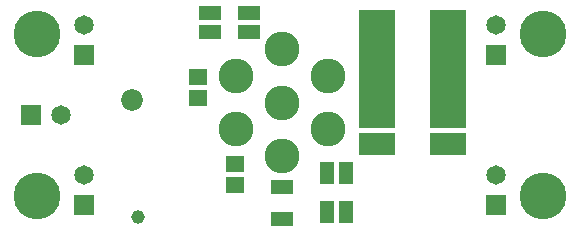
<source format=gbs>
%FSLAX24Y24*%
%MOIN*%
G70*
G01*
G75*
G04 Layer_Color=16711935*
%ADD10R,0.0512X0.0217*%
%ADD11R,0.0197X0.0354*%
%ADD12R,0.0354X0.0197*%
%ADD13O,0.0118X0.0650*%
%ADD14C,0.0120*%
%ADD15C,0.0150*%
%ADD16C,0.0200*%
%ADD17C,0.1102*%
%ADD18C,0.0591*%
%ADD19R,0.0591X0.0591*%
%ADD20R,0.0591X0.0591*%
%ADD21C,0.0661*%
%ADD22C,0.0400*%
%ADD23C,0.1500*%
%ADD24R,0.0551X0.0472*%
%ADD25R,0.0669X0.0433*%
%ADD26R,0.0450X0.0700*%
%ADD27R,0.1161X0.0661*%
%ADD28R,0.1161X0.3902*%
%ADD29R,0.0700X0.0450*%
%ADD30C,0.0098*%
%ADD31C,0.0100*%
%ADD32C,0.0079*%
%ADD33C,0.0039*%
%ADD34C,0.0050*%
%ADD35C,0.0080*%
%ADD36R,0.0572X0.0277*%
%ADD37R,0.0257X0.0414*%
%ADD38R,0.0414X0.0257*%
%ADD39O,0.0178X0.0710*%
%ADD40C,0.1162*%
%ADD41C,0.0651*%
%ADD42R,0.0651X0.0651*%
%ADD43R,0.0651X0.0651*%
%ADD44C,0.0721*%
%ADD45C,0.0460*%
%ADD46C,0.1560*%
%ADD47R,0.0611X0.0532*%
%ADD48R,0.0729X0.0493*%
%ADD49R,0.0510X0.0760*%
%ADD50R,0.1221X0.0721*%
%ADD51R,0.1221X0.3962*%
%ADD52R,0.0760X0.0510*%
D40*
X17600Y14400D02*
D03*
X17601Y12627D02*
D03*
X19135Y13513D02*
D03*
X19134Y15286D02*
D03*
X17599Y16173D02*
D03*
X16065Y15287D02*
D03*
X16066Y13514D02*
D03*
D41*
X11000Y17000D02*
D03*
X10250Y14000D02*
D03*
X24750Y17000D02*
D03*
Y12000D02*
D03*
X11000D02*
D03*
D42*
Y16000D02*
D03*
X24750D02*
D03*
Y11000D02*
D03*
X11000D02*
D03*
D43*
X9250Y14000D02*
D03*
D44*
X12600Y14500D02*
D03*
D45*
X12806Y10594D02*
D03*
D46*
X9450Y16700D02*
D03*
Y11300D02*
D03*
X26300D02*
D03*
Y16700D02*
D03*
D47*
X14800Y14546D02*
D03*
Y15254D02*
D03*
X16050Y11646D02*
D03*
Y12354D02*
D03*
D48*
X17600Y11581D02*
D03*
Y10518D02*
D03*
D49*
X19100Y10750D02*
D03*
X19750D02*
D03*
Y12050D02*
D03*
X19100D02*
D03*
D50*
X20780Y13013D02*
D03*
X23143D02*
D03*
D51*
X20780Y15535D02*
D03*
X23143D02*
D03*
D52*
X15200Y17400D02*
D03*
Y16750D02*
D03*
X16500D02*
D03*
Y17400D02*
D03*
M02*

</source>
